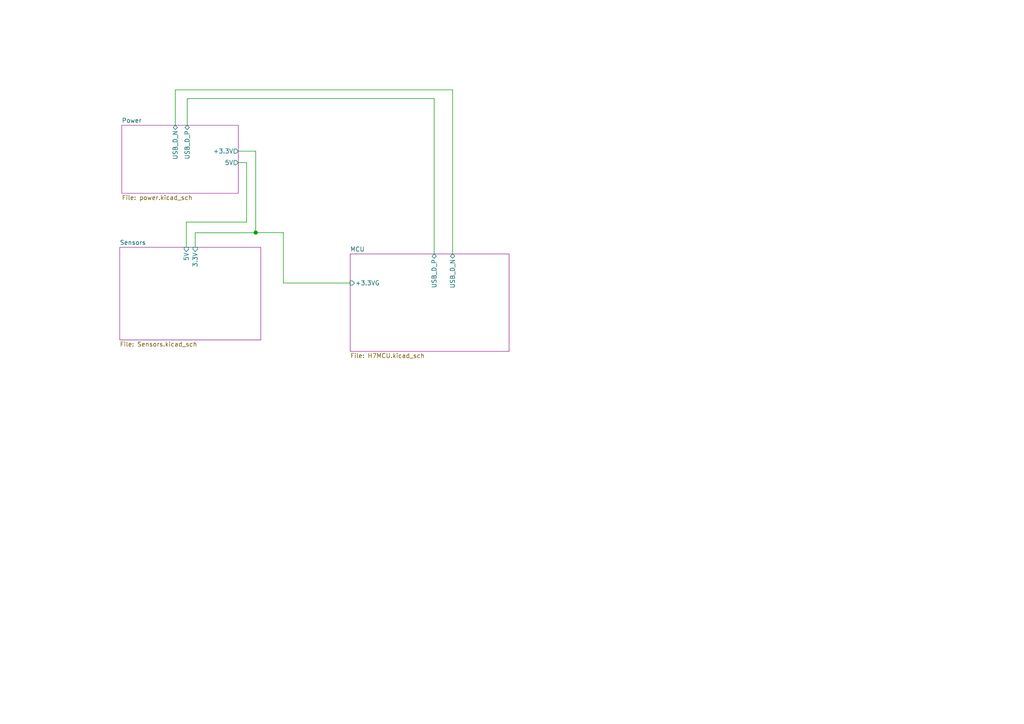
<source format=kicad_sch>
(kicad_sch (version 20211123) (generator eeschema)
  (paper "A4")
  (title_block (title "Raspberry Pi Compute Module 4 Carrier Template") (date "2020-10-31") (rev "v01") (comment 2 "creativecommons.org/licenses/by-sa/4.0/") (comment 3 "License: CC BY 4.0") (comment 4 "Author: Shawn Hymel"))
  (lib_symbols)
  (junction (at 74.168 67.4624) (diameter 1.016))
  (wire (pts (xy 54.0512 71.7296) (xy 54.0512 64.4144)))
  (wire (pts (xy 101.5492 82.0928) (xy 82.1944 82.0928)))
  (wire (pts (xy 54.3052 28.6004) (xy 125.9332 28.6004)))
  (wire (pts (xy 54.3052 36.322) (xy 54.3052 28.6004)))
  (wire (pts (xy 125.9332 28.6004) (xy 125.9332 73.66)))
  (wire (pts (xy 56.6166 67.5132) (xy 56.6166 71.7296)))
  (wire (pts (xy 82.1944 82.0928) (xy 82.1944 67.4624)))
  (wire (pts (xy 74.168 43.8404) (xy 74.168 67.4624)))
  (wire (pts (xy 50.8508 26.0604) (xy 131.2672 26.0604)))
  (wire (pts (xy 50.8508 36.322) (xy 50.8508 26.0604)))
  (wire (pts (xy 131.2672 26.0604) (xy 131.2672 73.66)))
  (wire (pts (xy 69.1388 43.8404) (xy 74.168 43.8404)))
  (wire (pts (xy 71.5264 47.1678) (xy 71.5264 64.4144)))
  (wire (pts (xy 82.1944 67.4624) (xy 74.168 67.4624)))
  (wire (pts (xy 54.0512 64.4144) (xy 71.5264 64.4144)))
  (wire (pts (xy 74.168 67.5132) (xy 56.6166 67.5132)))
  (wire (pts (xy 74.168 67.4624) (xy 74.168 67.5132)))
  (wire (pts (xy 69.1388 47.1678) (xy 71.5264 47.1678)))
  (sheet (at 101.5492 73.66) (size 46.101 28.2702) (stroke (width 0.001) (color 132 0 132 1)) (fill (color 255 255 255 0.0000))
    (property "Sheet name" "MCU" (at 101.5492 73.0241 0) (effects (justify left bottom)))
    (property "Sheet file" "H7MCU.kicad_sch" (at 101.5492 102.4391 0) (effects (justify left top)))
    (pin "+3.3VG" input (at 101.5492 82.0928 180))
    (pin "USB_D_P" bidirectional (at 125.9332 73.66 90))
    (pin "USB_D_N" bidirectional (at 131.2672 73.66 90))
  )
  (sheet (at 35.306 36.322) (size 33.8328 19.7612) (stroke (width 0.001) (color 132 0 132 1)) (fill (color 255 255 255 0.0000))
    (property "Sheet name" "Power" (at 35.306 35.6861 0) (effects (justify left bottom)))
    (property "Sheet file" "power.kicad_sch" (at 35.306 56.5921 0) (effects (justify left top)))
    (pin "+3.3V" output (at 69.1388 43.8404 0))
    (pin "5V" output (at 69.1388 47.1678 0))
    (pin "USB_D_N" bidirectional (at 50.8508 36.322 90))
    (pin "USB_D_P" bidirectional (at 54.3052 36.322 90))
  )
  (sheet (at 34.7218 71.7296) (size 40.9448 26.8732) (stroke (width 0.001) (color 132 0 132 1)) (fill (color 255 255 255 0.0000))
    (property "Sheet name" "Sensors" (at 34.7218 71.0937 0) (effects (justify left bottom)))
    (property "Sheet file" "Sensors.kicad_sch" (at 34.7218 99.1117 0) (effects (justify left top)))
    (pin "3.3V" input (at 56.6166 71.7296 90))
    (pin "5V" input (at 54.0512 71.7296 90))
  )
)
</source>
